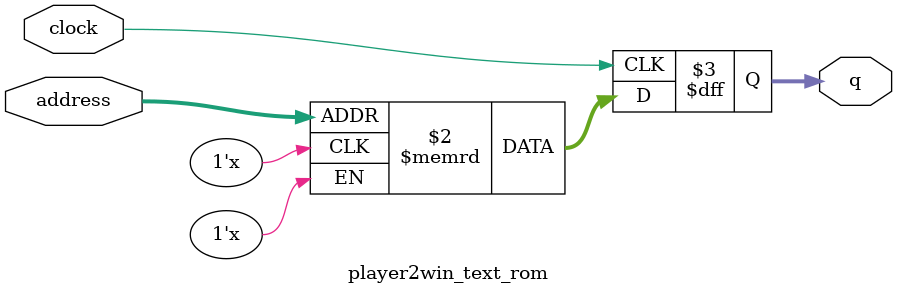
<source format=sv>
module player2win_text_rom (
	input logic clock,
	input logic [14:0] address,
	output logic [2:0] q
);

logic [2:0] memory [0:26999] /* synthesis ram_init_file = "./player2win_text/player2win_text.mif" */;

always_ff @ (posedge clock) begin
	q <= memory[address];
end

endmodule

</source>
